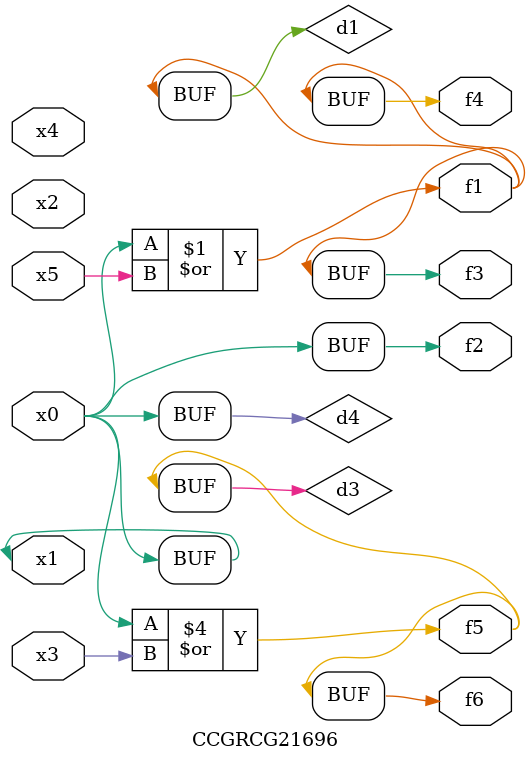
<source format=v>
module CCGRCG21696(
	input x0, x1, x2, x3, x4, x5,
	output f1, f2, f3, f4, f5, f6
);

	wire d1, d2, d3, d4;

	or (d1, x0, x5);
	xnor (d2, x1, x4);
	or (d3, x0, x3);
	buf (d4, x0, x1);
	assign f1 = d1;
	assign f2 = d4;
	assign f3 = d1;
	assign f4 = d1;
	assign f5 = d3;
	assign f6 = d3;
endmodule

</source>
